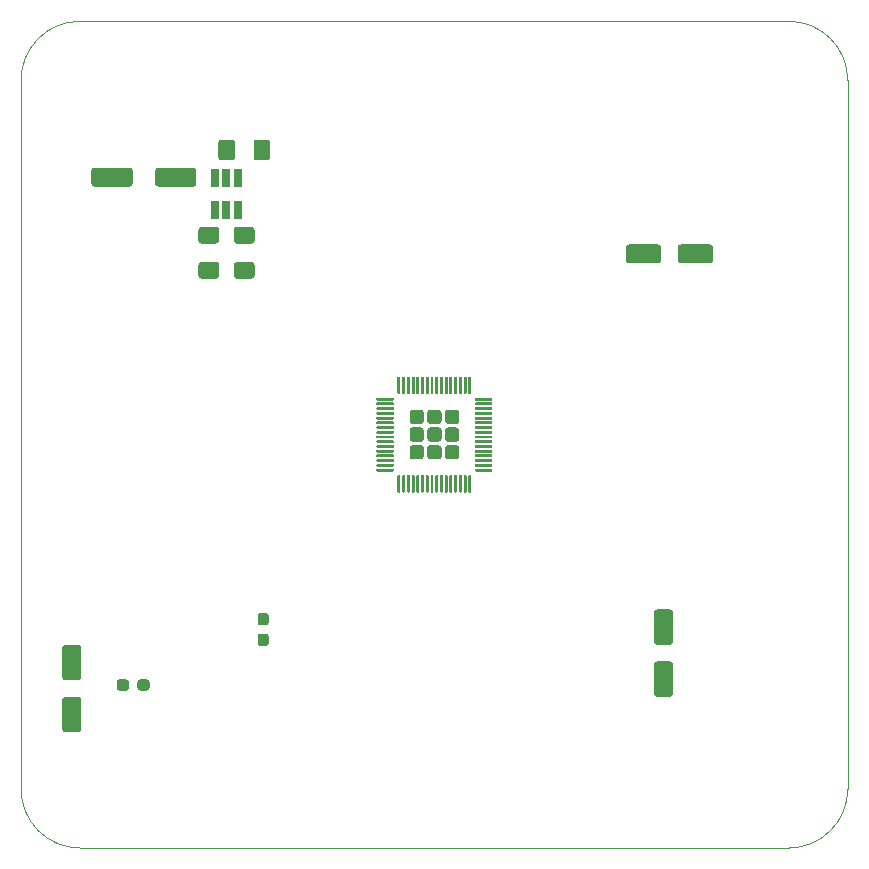
<source format=gbr>
G04 #@! TF.GenerationSoftware,KiCad,Pcbnew,5.1.6-c6e7f7d~87~ubuntu20.04.1*
G04 #@! TF.CreationDate,2020-07-16T23:52:11+03:00*
G04 #@! TF.ProjectId,EV-MAX-V-E64,45562d4d-4158-42d5-962d-4536342e6b69,v1.0*
G04 #@! TF.SameCoordinates,Original*
G04 #@! TF.FileFunction,Paste,Top*
G04 #@! TF.FilePolarity,Positive*
%FSLAX46Y46*%
G04 Gerber Fmt 4.6, Leading zero omitted, Abs format (unit mm)*
G04 Created by KiCad (PCBNEW 5.1.6-c6e7f7d~87~ubuntu20.04.1) date 2020-07-16 23:52:11*
%MOMM*%
%LPD*%
G01*
G04 APERTURE LIST*
G04 #@! TA.AperFunction,Profile*
%ADD10C,0.050000*%
G04 #@! TD*
%ADD11R,0.650000X1.560000*%
G04 APERTURE END LIST*
D10*
X65000000Y-70000000D02*
X65000000Y-130000000D01*
X130000000Y-65000000D02*
X70000000Y-65000000D01*
X135000000Y-130000000D02*
X135000000Y-70000000D01*
X70000000Y-135000000D02*
X130000000Y-135000000D01*
X70000000Y-135000000D02*
G75*
G02*
X65000000Y-130000000I0J5000000D01*
G01*
X65000000Y-70000000D02*
G75*
G02*
X70000000Y-65000000I5000000J0D01*
G01*
X130000000Y-65000000D02*
G75*
G02*
X135000000Y-70000000I0J-5000000D01*
G01*
X135000000Y-130000000D02*
G75*
G02*
X130000000Y-135000000I-5000000J0D01*
G01*
G36*
G01*
X100895000Y-101855000D02*
X100895000Y-101145000D01*
G75*
G02*
X101145000Y-100895000I250000J0D01*
G01*
X101855000Y-100895000D01*
G75*
G02*
X102105000Y-101145000I0J-250000D01*
G01*
X102105000Y-101855000D01*
G75*
G02*
X101855000Y-102105000I-250000J0D01*
G01*
X101145000Y-102105000D01*
G75*
G02*
X100895000Y-101855000I0J250000D01*
G01*
G37*
G36*
G01*
X100895000Y-100355000D02*
X100895000Y-99645000D01*
G75*
G02*
X101145000Y-99395000I250000J0D01*
G01*
X101855000Y-99395000D01*
G75*
G02*
X102105000Y-99645000I0J-250000D01*
G01*
X102105000Y-100355000D01*
G75*
G02*
X101855000Y-100605000I-250000J0D01*
G01*
X101145000Y-100605000D01*
G75*
G02*
X100895000Y-100355000I0J250000D01*
G01*
G37*
G36*
G01*
X100895000Y-98855000D02*
X100895000Y-98145000D01*
G75*
G02*
X101145000Y-97895000I250000J0D01*
G01*
X101855000Y-97895000D01*
G75*
G02*
X102105000Y-98145000I0J-250000D01*
G01*
X102105000Y-98855000D01*
G75*
G02*
X101855000Y-99105000I-250000J0D01*
G01*
X101145000Y-99105000D01*
G75*
G02*
X100895000Y-98855000I0J250000D01*
G01*
G37*
G36*
G01*
X99395000Y-101855000D02*
X99395000Y-101145000D01*
G75*
G02*
X99645000Y-100895000I250000J0D01*
G01*
X100355000Y-100895000D01*
G75*
G02*
X100605000Y-101145000I0J-250000D01*
G01*
X100605000Y-101855000D01*
G75*
G02*
X100355000Y-102105000I-250000J0D01*
G01*
X99645000Y-102105000D01*
G75*
G02*
X99395000Y-101855000I0J250000D01*
G01*
G37*
G36*
G01*
X99395000Y-100355000D02*
X99395000Y-99645000D01*
G75*
G02*
X99645000Y-99395000I250000J0D01*
G01*
X100355000Y-99395000D01*
G75*
G02*
X100605000Y-99645000I0J-250000D01*
G01*
X100605000Y-100355000D01*
G75*
G02*
X100355000Y-100605000I-250000J0D01*
G01*
X99645000Y-100605000D01*
G75*
G02*
X99395000Y-100355000I0J250000D01*
G01*
G37*
G36*
G01*
X99395000Y-98855000D02*
X99395000Y-98145000D01*
G75*
G02*
X99645000Y-97895000I250000J0D01*
G01*
X100355000Y-97895000D01*
G75*
G02*
X100605000Y-98145000I0J-250000D01*
G01*
X100605000Y-98855000D01*
G75*
G02*
X100355000Y-99105000I-250000J0D01*
G01*
X99645000Y-99105000D01*
G75*
G02*
X99395000Y-98855000I0J250000D01*
G01*
G37*
G36*
G01*
X97895000Y-101855000D02*
X97895000Y-101145000D01*
G75*
G02*
X98145000Y-100895000I250000J0D01*
G01*
X98855000Y-100895000D01*
G75*
G02*
X99105000Y-101145000I0J-250000D01*
G01*
X99105000Y-101855000D01*
G75*
G02*
X98855000Y-102105000I-250000J0D01*
G01*
X98145000Y-102105000D01*
G75*
G02*
X97895000Y-101855000I0J250000D01*
G01*
G37*
G36*
G01*
X97895000Y-100355000D02*
X97895000Y-99645000D01*
G75*
G02*
X98145000Y-99395000I250000J0D01*
G01*
X98855000Y-99395000D01*
G75*
G02*
X99105000Y-99645000I0J-250000D01*
G01*
X99105000Y-100355000D01*
G75*
G02*
X98855000Y-100605000I-250000J0D01*
G01*
X98145000Y-100605000D01*
G75*
G02*
X97895000Y-100355000I0J250000D01*
G01*
G37*
G36*
G01*
X97895000Y-98855000D02*
X97895000Y-98145000D01*
G75*
G02*
X98145000Y-97895000I250000J0D01*
G01*
X98855000Y-97895000D01*
G75*
G02*
X99105000Y-98145000I0J-250000D01*
G01*
X99105000Y-98855000D01*
G75*
G02*
X98855000Y-99105000I-250000J0D01*
G01*
X98145000Y-99105000D01*
G75*
G02*
X97895000Y-98855000I0J250000D01*
G01*
G37*
G36*
G01*
X96875000Y-96512500D02*
X96875000Y-95162500D01*
G75*
G02*
X96937500Y-95100000I62500J0D01*
G01*
X97062500Y-95100000D01*
G75*
G02*
X97125000Y-95162500I0J-62500D01*
G01*
X97125000Y-96512500D01*
G75*
G02*
X97062500Y-96575000I-62500J0D01*
G01*
X96937500Y-96575000D01*
G75*
G02*
X96875000Y-96512500I0J62500D01*
G01*
G37*
G36*
G01*
X97275000Y-96512500D02*
X97275000Y-95162500D01*
G75*
G02*
X97337500Y-95100000I62500J0D01*
G01*
X97462500Y-95100000D01*
G75*
G02*
X97525000Y-95162500I0J-62500D01*
G01*
X97525000Y-96512500D01*
G75*
G02*
X97462500Y-96575000I-62500J0D01*
G01*
X97337500Y-96575000D01*
G75*
G02*
X97275000Y-96512500I0J62500D01*
G01*
G37*
G36*
G01*
X97675000Y-96512500D02*
X97675000Y-95162500D01*
G75*
G02*
X97737500Y-95100000I62500J0D01*
G01*
X97862500Y-95100000D01*
G75*
G02*
X97925000Y-95162500I0J-62500D01*
G01*
X97925000Y-96512500D01*
G75*
G02*
X97862500Y-96575000I-62500J0D01*
G01*
X97737500Y-96575000D01*
G75*
G02*
X97675000Y-96512500I0J62500D01*
G01*
G37*
G36*
G01*
X98075000Y-96512500D02*
X98075000Y-95162500D01*
G75*
G02*
X98137500Y-95100000I62500J0D01*
G01*
X98262500Y-95100000D01*
G75*
G02*
X98325000Y-95162500I0J-62500D01*
G01*
X98325000Y-96512500D01*
G75*
G02*
X98262500Y-96575000I-62500J0D01*
G01*
X98137500Y-96575000D01*
G75*
G02*
X98075000Y-96512500I0J62500D01*
G01*
G37*
G36*
G01*
X98475000Y-96512500D02*
X98475000Y-95162500D01*
G75*
G02*
X98537500Y-95100000I62500J0D01*
G01*
X98662500Y-95100000D01*
G75*
G02*
X98725000Y-95162500I0J-62500D01*
G01*
X98725000Y-96512500D01*
G75*
G02*
X98662500Y-96575000I-62500J0D01*
G01*
X98537500Y-96575000D01*
G75*
G02*
X98475000Y-96512500I0J62500D01*
G01*
G37*
G36*
G01*
X98875000Y-96512500D02*
X98875000Y-95162500D01*
G75*
G02*
X98937500Y-95100000I62500J0D01*
G01*
X99062500Y-95100000D01*
G75*
G02*
X99125000Y-95162500I0J-62500D01*
G01*
X99125000Y-96512500D01*
G75*
G02*
X99062500Y-96575000I-62500J0D01*
G01*
X98937500Y-96575000D01*
G75*
G02*
X98875000Y-96512500I0J62500D01*
G01*
G37*
G36*
G01*
X99275000Y-96512500D02*
X99275000Y-95162500D01*
G75*
G02*
X99337500Y-95100000I62500J0D01*
G01*
X99462500Y-95100000D01*
G75*
G02*
X99525000Y-95162500I0J-62500D01*
G01*
X99525000Y-96512500D01*
G75*
G02*
X99462500Y-96575000I-62500J0D01*
G01*
X99337500Y-96575000D01*
G75*
G02*
X99275000Y-96512500I0J62500D01*
G01*
G37*
G36*
G01*
X99675000Y-96512500D02*
X99675000Y-95162500D01*
G75*
G02*
X99737500Y-95100000I62500J0D01*
G01*
X99862500Y-95100000D01*
G75*
G02*
X99925000Y-95162500I0J-62500D01*
G01*
X99925000Y-96512500D01*
G75*
G02*
X99862500Y-96575000I-62500J0D01*
G01*
X99737500Y-96575000D01*
G75*
G02*
X99675000Y-96512500I0J62500D01*
G01*
G37*
G36*
G01*
X100075000Y-96512500D02*
X100075000Y-95162500D01*
G75*
G02*
X100137500Y-95100000I62500J0D01*
G01*
X100262500Y-95100000D01*
G75*
G02*
X100325000Y-95162500I0J-62500D01*
G01*
X100325000Y-96512500D01*
G75*
G02*
X100262500Y-96575000I-62500J0D01*
G01*
X100137500Y-96575000D01*
G75*
G02*
X100075000Y-96512500I0J62500D01*
G01*
G37*
G36*
G01*
X100475000Y-96512500D02*
X100475000Y-95162500D01*
G75*
G02*
X100537500Y-95100000I62500J0D01*
G01*
X100662500Y-95100000D01*
G75*
G02*
X100725000Y-95162500I0J-62500D01*
G01*
X100725000Y-96512500D01*
G75*
G02*
X100662500Y-96575000I-62500J0D01*
G01*
X100537500Y-96575000D01*
G75*
G02*
X100475000Y-96512500I0J62500D01*
G01*
G37*
G36*
G01*
X100875000Y-96512500D02*
X100875000Y-95162500D01*
G75*
G02*
X100937500Y-95100000I62500J0D01*
G01*
X101062500Y-95100000D01*
G75*
G02*
X101125000Y-95162500I0J-62500D01*
G01*
X101125000Y-96512500D01*
G75*
G02*
X101062500Y-96575000I-62500J0D01*
G01*
X100937500Y-96575000D01*
G75*
G02*
X100875000Y-96512500I0J62500D01*
G01*
G37*
G36*
G01*
X101275000Y-96512500D02*
X101275000Y-95162500D01*
G75*
G02*
X101337500Y-95100000I62500J0D01*
G01*
X101462500Y-95100000D01*
G75*
G02*
X101525000Y-95162500I0J-62500D01*
G01*
X101525000Y-96512500D01*
G75*
G02*
X101462500Y-96575000I-62500J0D01*
G01*
X101337500Y-96575000D01*
G75*
G02*
X101275000Y-96512500I0J62500D01*
G01*
G37*
G36*
G01*
X101675000Y-96512500D02*
X101675000Y-95162500D01*
G75*
G02*
X101737500Y-95100000I62500J0D01*
G01*
X101862500Y-95100000D01*
G75*
G02*
X101925000Y-95162500I0J-62500D01*
G01*
X101925000Y-96512500D01*
G75*
G02*
X101862500Y-96575000I-62500J0D01*
G01*
X101737500Y-96575000D01*
G75*
G02*
X101675000Y-96512500I0J62500D01*
G01*
G37*
G36*
G01*
X102075000Y-96512500D02*
X102075000Y-95162500D01*
G75*
G02*
X102137500Y-95100000I62500J0D01*
G01*
X102262500Y-95100000D01*
G75*
G02*
X102325000Y-95162500I0J-62500D01*
G01*
X102325000Y-96512500D01*
G75*
G02*
X102262500Y-96575000I-62500J0D01*
G01*
X102137500Y-96575000D01*
G75*
G02*
X102075000Y-96512500I0J62500D01*
G01*
G37*
G36*
G01*
X102475000Y-96512500D02*
X102475000Y-95162500D01*
G75*
G02*
X102537500Y-95100000I62500J0D01*
G01*
X102662500Y-95100000D01*
G75*
G02*
X102725000Y-95162500I0J-62500D01*
G01*
X102725000Y-96512500D01*
G75*
G02*
X102662500Y-96575000I-62500J0D01*
G01*
X102537500Y-96575000D01*
G75*
G02*
X102475000Y-96512500I0J62500D01*
G01*
G37*
G36*
G01*
X102875000Y-96512500D02*
X102875000Y-95162500D01*
G75*
G02*
X102937500Y-95100000I62500J0D01*
G01*
X103062500Y-95100000D01*
G75*
G02*
X103125000Y-95162500I0J-62500D01*
G01*
X103125000Y-96512500D01*
G75*
G02*
X103062500Y-96575000I-62500J0D01*
G01*
X102937500Y-96575000D01*
G75*
G02*
X102875000Y-96512500I0J62500D01*
G01*
G37*
G36*
G01*
X103425000Y-97062500D02*
X103425000Y-96937500D01*
G75*
G02*
X103487500Y-96875000I62500J0D01*
G01*
X104837500Y-96875000D01*
G75*
G02*
X104900000Y-96937500I0J-62500D01*
G01*
X104900000Y-97062500D01*
G75*
G02*
X104837500Y-97125000I-62500J0D01*
G01*
X103487500Y-97125000D01*
G75*
G02*
X103425000Y-97062500I0J62500D01*
G01*
G37*
G36*
G01*
X103425000Y-97462500D02*
X103425000Y-97337500D01*
G75*
G02*
X103487500Y-97275000I62500J0D01*
G01*
X104837500Y-97275000D01*
G75*
G02*
X104900000Y-97337500I0J-62500D01*
G01*
X104900000Y-97462500D01*
G75*
G02*
X104837500Y-97525000I-62500J0D01*
G01*
X103487500Y-97525000D01*
G75*
G02*
X103425000Y-97462500I0J62500D01*
G01*
G37*
G36*
G01*
X103425000Y-97862500D02*
X103425000Y-97737500D01*
G75*
G02*
X103487500Y-97675000I62500J0D01*
G01*
X104837500Y-97675000D01*
G75*
G02*
X104900000Y-97737500I0J-62500D01*
G01*
X104900000Y-97862500D01*
G75*
G02*
X104837500Y-97925000I-62500J0D01*
G01*
X103487500Y-97925000D01*
G75*
G02*
X103425000Y-97862500I0J62500D01*
G01*
G37*
G36*
G01*
X103425000Y-98262500D02*
X103425000Y-98137500D01*
G75*
G02*
X103487500Y-98075000I62500J0D01*
G01*
X104837500Y-98075000D01*
G75*
G02*
X104900000Y-98137500I0J-62500D01*
G01*
X104900000Y-98262500D01*
G75*
G02*
X104837500Y-98325000I-62500J0D01*
G01*
X103487500Y-98325000D01*
G75*
G02*
X103425000Y-98262500I0J62500D01*
G01*
G37*
G36*
G01*
X103425000Y-98662500D02*
X103425000Y-98537500D01*
G75*
G02*
X103487500Y-98475000I62500J0D01*
G01*
X104837500Y-98475000D01*
G75*
G02*
X104900000Y-98537500I0J-62500D01*
G01*
X104900000Y-98662500D01*
G75*
G02*
X104837500Y-98725000I-62500J0D01*
G01*
X103487500Y-98725000D01*
G75*
G02*
X103425000Y-98662500I0J62500D01*
G01*
G37*
G36*
G01*
X103425000Y-99062500D02*
X103425000Y-98937500D01*
G75*
G02*
X103487500Y-98875000I62500J0D01*
G01*
X104837500Y-98875000D01*
G75*
G02*
X104900000Y-98937500I0J-62500D01*
G01*
X104900000Y-99062500D01*
G75*
G02*
X104837500Y-99125000I-62500J0D01*
G01*
X103487500Y-99125000D01*
G75*
G02*
X103425000Y-99062500I0J62500D01*
G01*
G37*
G36*
G01*
X103425000Y-99462500D02*
X103425000Y-99337500D01*
G75*
G02*
X103487500Y-99275000I62500J0D01*
G01*
X104837500Y-99275000D01*
G75*
G02*
X104900000Y-99337500I0J-62500D01*
G01*
X104900000Y-99462500D01*
G75*
G02*
X104837500Y-99525000I-62500J0D01*
G01*
X103487500Y-99525000D01*
G75*
G02*
X103425000Y-99462500I0J62500D01*
G01*
G37*
G36*
G01*
X103425000Y-99862500D02*
X103425000Y-99737500D01*
G75*
G02*
X103487500Y-99675000I62500J0D01*
G01*
X104837500Y-99675000D01*
G75*
G02*
X104900000Y-99737500I0J-62500D01*
G01*
X104900000Y-99862500D01*
G75*
G02*
X104837500Y-99925000I-62500J0D01*
G01*
X103487500Y-99925000D01*
G75*
G02*
X103425000Y-99862500I0J62500D01*
G01*
G37*
G36*
G01*
X103425000Y-100262500D02*
X103425000Y-100137500D01*
G75*
G02*
X103487500Y-100075000I62500J0D01*
G01*
X104837500Y-100075000D01*
G75*
G02*
X104900000Y-100137500I0J-62500D01*
G01*
X104900000Y-100262500D01*
G75*
G02*
X104837500Y-100325000I-62500J0D01*
G01*
X103487500Y-100325000D01*
G75*
G02*
X103425000Y-100262500I0J62500D01*
G01*
G37*
G36*
G01*
X103425000Y-100662500D02*
X103425000Y-100537500D01*
G75*
G02*
X103487500Y-100475000I62500J0D01*
G01*
X104837500Y-100475000D01*
G75*
G02*
X104900000Y-100537500I0J-62500D01*
G01*
X104900000Y-100662500D01*
G75*
G02*
X104837500Y-100725000I-62500J0D01*
G01*
X103487500Y-100725000D01*
G75*
G02*
X103425000Y-100662500I0J62500D01*
G01*
G37*
G36*
G01*
X103425000Y-101062500D02*
X103425000Y-100937500D01*
G75*
G02*
X103487500Y-100875000I62500J0D01*
G01*
X104837500Y-100875000D01*
G75*
G02*
X104900000Y-100937500I0J-62500D01*
G01*
X104900000Y-101062500D01*
G75*
G02*
X104837500Y-101125000I-62500J0D01*
G01*
X103487500Y-101125000D01*
G75*
G02*
X103425000Y-101062500I0J62500D01*
G01*
G37*
G36*
G01*
X103425000Y-101462500D02*
X103425000Y-101337500D01*
G75*
G02*
X103487500Y-101275000I62500J0D01*
G01*
X104837500Y-101275000D01*
G75*
G02*
X104900000Y-101337500I0J-62500D01*
G01*
X104900000Y-101462500D01*
G75*
G02*
X104837500Y-101525000I-62500J0D01*
G01*
X103487500Y-101525000D01*
G75*
G02*
X103425000Y-101462500I0J62500D01*
G01*
G37*
G36*
G01*
X103425000Y-101862500D02*
X103425000Y-101737500D01*
G75*
G02*
X103487500Y-101675000I62500J0D01*
G01*
X104837500Y-101675000D01*
G75*
G02*
X104900000Y-101737500I0J-62500D01*
G01*
X104900000Y-101862500D01*
G75*
G02*
X104837500Y-101925000I-62500J0D01*
G01*
X103487500Y-101925000D01*
G75*
G02*
X103425000Y-101862500I0J62500D01*
G01*
G37*
G36*
G01*
X103425000Y-102262500D02*
X103425000Y-102137500D01*
G75*
G02*
X103487500Y-102075000I62500J0D01*
G01*
X104837500Y-102075000D01*
G75*
G02*
X104900000Y-102137500I0J-62500D01*
G01*
X104900000Y-102262500D01*
G75*
G02*
X104837500Y-102325000I-62500J0D01*
G01*
X103487500Y-102325000D01*
G75*
G02*
X103425000Y-102262500I0J62500D01*
G01*
G37*
G36*
G01*
X103425000Y-102662500D02*
X103425000Y-102537500D01*
G75*
G02*
X103487500Y-102475000I62500J0D01*
G01*
X104837500Y-102475000D01*
G75*
G02*
X104900000Y-102537500I0J-62500D01*
G01*
X104900000Y-102662500D01*
G75*
G02*
X104837500Y-102725000I-62500J0D01*
G01*
X103487500Y-102725000D01*
G75*
G02*
X103425000Y-102662500I0J62500D01*
G01*
G37*
G36*
G01*
X103425000Y-103062500D02*
X103425000Y-102937500D01*
G75*
G02*
X103487500Y-102875000I62500J0D01*
G01*
X104837500Y-102875000D01*
G75*
G02*
X104900000Y-102937500I0J-62500D01*
G01*
X104900000Y-103062500D01*
G75*
G02*
X104837500Y-103125000I-62500J0D01*
G01*
X103487500Y-103125000D01*
G75*
G02*
X103425000Y-103062500I0J62500D01*
G01*
G37*
G36*
G01*
X102875000Y-104837500D02*
X102875000Y-103487500D01*
G75*
G02*
X102937500Y-103425000I62500J0D01*
G01*
X103062500Y-103425000D01*
G75*
G02*
X103125000Y-103487500I0J-62500D01*
G01*
X103125000Y-104837500D01*
G75*
G02*
X103062500Y-104900000I-62500J0D01*
G01*
X102937500Y-104900000D01*
G75*
G02*
X102875000Y-104837500I0J62500D01*
G01*
G37*
G36*
G01*
X102475000Y-104837500D02*
X102475000Y-103487500D01*
G75*
G02*
X102537500Y-103425000I62500J0D01*
G01*
X102662500Y-103425000D01*
G75*
G02*
X102725000Y-103487500I0J-62500D01*
G01*
X102725000Y-104837500D01*
G75*
G02*
X102662500Y-104900000I-62500J0D01*
G01*
X102537500Y-104900000D01*
G75*
G02*
X102475000Y-104837500I0J62500D01*
G01*
G37*
G36*
G01*
X102075000Y-104837500D02*
X102075000Y-103487500D01*
G75*
G02*
X102137500Y-103425000I62500J0D01*
G01*
X102262500Y-103425000D01*
G75*
G02*
X102325000Y-103487500I0J-62500D01*
G01*
X102325000Y-104837500D01*
G75*
G02*
X102262500Y-104900000I-62500J0D01*
G01*
X102137500Y-104900000D01*
G75*
G02*
X102075000Y-104837500I0J62500D01*
G01*
G37*
G36*
G01*
X101675000Y-104837500D02*
X101675000Y-103487500D01*
G75*
G02*
X101737500Y-103425000I62500J0D01*
G01*
X101862500Y-103425000D01*
G75*
G02*
X101925000Y-103487500I0J-62500D01*
G01*
X101925000Y-104837500D01*
G75*
G02*
X101862500Y-104900000I-62500J0D01*
G01*
X101737500Y-104900000D01*
G75*
G02*
X101675000Y-104837500I0J62500D01*
G01*
G37*
G36*
G01*
X101275000Y-104837500D02*
X101275000Y-103487500D01*
G75*
G02*
X101337500Y-103425000I62500J0D01*
G01*
X101462500Y-103425000D01*
G75*
G02*
X101525000Y-103487500I0J-62500D01*
G01*
X101525000Y-104837500D01*
G75*
G02*
X101462500Y-104900000I-62500J0D01*
G01*
X101337500Y-104900000D01*
G75*
G02*
X101275000Y-104837500I0J62500D01*
G01*
G37*
G36*
G01*
X100875000Y-104837500D02*
X100875000Y-103487500D01*
G75*
G02*
X100937500Y-103425000I62500J0D01*
G01*
X101062500Y-103425000D01*
G75*
G02*
X101125000Y-103487500I0J-62500D01*
G01*
X101125000Y-104837500D01*
G75*
G02*
X101062500Y-104900000I-62500J0D01*
G01*
X100937500Y-104900000D01*
G75*
G02*
X100875000Y-104837500I0J62500D01*
G01*
G37*
G36*
G01*
X100475000Y-104837500D02*
X100475000Y-103487500D01*
G75*
G02*
X100537500Y-103425000I62500J0D01*
G01*
X100662500Y-103425000D01*
G75*
G02*
X100725000Y-103487500I0J-62500D01*
G01*
X100725000Y-104837500D01*
G75*
G02*
X100662500Y-104900000I-62500J0D01*
G01*
X100537500Y-104900000D01*
G75*
G02*
X100475000Y-104837500I0J62500D01*
G01*
G37*
G36*
G01*
X100075000Y-104837500D02*
X100075000Y-103487500D01*
G75*
G02*
X100137500Y-103425000I62500J0D01*
G01*
X100262500Y-103425000D01*
G75*
G02*
X100325000Y-103487500I0J-62500D01*
G01*
X100325000Y-104837500D01*
G75*
G02*
X100262500Y-104900000I-62500J0D01*
G01*
X100137500Y-104900000D01*
G75*
G02*
X100075000Y-104837500I0J62500D01*
G01*
G37*
G36*
G01*
X99675000Y-104837500D02*
X99675000Y-103487500D01*
G75*
G02*
X99737500Y-103425000I62500J0D01*
G01*
X99862500Y-103425000D01*
G75*
G02*
X99925000Y-103487500I0J-62500D01*
G01*
X99925000Y-104837500D01*
G75*
G02*
X99862500Y-104900000I-62500J0D01*
G01*
X99737500Y-104900000D01*
G75*
G02*
X99675000Y-104837500I0J62500D01*
G01*
G37*
G36*
G01*
X99275000Y-104837500D02*
X99275000Y-103487500D01*
G75*
G02*
X99337500Y-103425000I62500J0D01*
G01*
X99462500Y-103425000D01*
G75*
G02*
X99525000Y-103487500I0J-62500D01*
G01*
X99525000Y-104837500D01*
G75*
G02*
X99462500Y-104900000I-62500J0D01*
G01*
X99337500Y-104900000D01*
G75*
G02*
X99275000Y-104837500I0J62500D01*
G01*
G37*
G36*
G01*
X98875000Y-104837500D02*
X98875000Y-103487500D01*
G75*
G02*
X98937500Y-103425000I62500J0D01*
G01*
X99062500Y-103425000D01*
G75*
G02*
X99125000Y-103487500I0J-62500D01*
G01*
X99125000Y-104837500D01*
G75*
G02*
X99062500Y-104900000I-62500J0D01*
G01*
X98937500Y-104900000D01*
G75*
G02*
X98875000Y-104837500I0J62500D01*
G01*
G37*
G36*
G01*
X98475000Y-104837500D02*
X98475000Y-103487500D01*
G75*
G02*
X98537500Y-103425000I62500J0D01*
G01*
X98662500Y-103425000D01*
G75*
G02*
X98725000Y-103487500I0J-62500D01*
G01*
X98725000Y-104837500D01*
G75*
G02*
X98662500Y-104900000I-62500J0D01*
G01*
X98537500Y-104900000D01*
G75*
G02*
X98475000Y-104837500I0J62500D01*
G01*
G37*
G36*
G01*
X98075000Y-104837500D02*
X98075000Y-103487500D01*
G75*
G02*
X98137500Y-103425000I62500J0D01*
G01*
X98262500Y-103425000D01*
G75*
G02*
X98325000Y-103487500I0J-62500D01*
G01*
X98325000Y-104837500D01*
G75*
G02*
X98262500Y-104900000I-62500J0D01*
G01*
X98137500Y-104900000D01*
G75*
G02*
X98075000Y-104837500I0J62500D01*
G01*
G37*
G36*
G01*
X97675000Y-104837500D02*
X97675000Y-103487500D01*
G75*
G02*
X97737500Y-103425000I62500J0D01*
G01*
X97862500Y-103425000D01*
G75*
G02*
X97925000Y-103487500I0J-62500D01*
G01*
X97925000Y-104837500D01*
G75*
G02*
X97862500Y-104900000I-62500J0D01*
G01*
X97737500Y-104900000D01*
G75*
G02*
X97675000Y-104837500I0J62500D01*
G01*
G37*
G36*
G01*
X97275000Y-104837500D02*
X97275000Y-103487500D01*
G75*
G02*
X97337500Y-103425000I62500J0D01*
G01*
X97462500Y-103425000D01*
G75*
G02*
X97525000Y-103487500I0J-62500D01*
G01*
X97525000Y-104837500D01*
G75*
G02*
X97462500Y-104900000I-62500J0D01*
G01*
X97337500Y-104900000D01*
G75*
G02*
X97275000Y-104837500I0J62500D01*
G01*
G37*
G36*
G01*
X96875000Y-104837500D02*
X96875000Y-103487500D01*
G75*
G02*
X96937500Y-103425000I62500J0D01*
G01*
X97062500Y-103425000D01*
G75*
G02*
X97125000Y-103487500I0J-62500D01*
G01*
X97125000Y-104837500D01*
G75*
G02*
X97062500Y-104900000I-62500J0D01*
G01*
X96937500Y-104900000D01*
G75*
G02*
X96875000Y-104837500I0J62500D01*
G01*
G37*
G36*
G01*
X95100000Y-103062500D02*
X95100000Y-102937500D01*
G75*
G02*
X95162500Y-102875000I62500J0D01*
G01*
X96512500Y-102875000D01*
G75*
G02*
X96575000Y-102937500I0J-62500D01*
G01*
X96575000Y-103062500D01*
G75*
G02*
X96512500Y-103125000I-62500J0D01*
G01*
X95162500Y-103125000D01*
G75*
G02*
X95100000Y-103062500I0J62500D01*
G01*
G37*
G36*
G01*
X95100000Y-102662500D02*
X95100000Y-102537500D01*
G75*
G02*
X95162500Y-102475000I62500J0D01*
G01*
X96512500Y-102475000D01*
G75*
G02*
X96575000Y-102537500I0J-62500D01*
G01*
X96575000Y-102662500D01*
G75*
G02*
X96512500Y-102725000I-62500J0D01*
G01*
X95162500Y-102725000D01*
G75*
G02*
X95100000Y-102662500I0J62500D01*
G01*
G37*
G36*
G01*
X95100000Y-102262500D02*
X95100000Y-102137500D01*
G75*
G02*
X95162500Y-102075000I62500J0D01*
G01*
X96512500Y-102075000D01*
G75*
G02*
X96575000Y-102137500I0J-62500D01*
G01*
X96575000Y-102262500D01*
G75*
G02*
X96512500Y-102325000I-62500J0D01*
G01*
X95162500Y-102325000D01*
G75*
G02*
X95100000Y-102262500I0J62500D01*
G01*
G37*
G36*
G01*
X95100000Y-101862500D02*
X95100000Y-101737500D01*
G75*
G02*
X95162500Y-101675000I62500J0D01*
G01*
X96512500Y-101675000D01*
G75*
G02*
X96575000Y-101737500I0J-62500D01*
G01*
X96575000Y-101862500D01*
G75*
G02*
X96512500Y-101925000I-62500J0D01*
G01*
X95162500Y-101925000D01*
G75*
G02*
X95100000Y-101862500I0J62500D01*
G01*
G37*
G36*
G01*
X95100000Y-101462500D02*
X95100000Y-101337500D01*
G75*
G02*
X95162500Y-101275000I62500J0D01*
G01*
X96512500Y-101275000D01*
G75*
G02*
X96575000Y-101337500I0J-62500D01*
G01*
X96575000Y-101462500D01*
G75*
G02*
X96512500Y-101525000I-62500J0D01*
G01*
X95162500Y-101525000D01*
G75*
G02*
X95100000Y-101462500I0J62500D01*
G01*
G37*
G36*
G01*
X95100000Y-101062500D02*
X95100000Y-100937500D01*
G75*
G02*
X95162500Y-100875000I62500J0D01*
G01*
X96512500Y-100875000D01*
G75*
G02*
X96575000Y-100937500I0J-62500D01*
G01*
X96575000Y-101062500D01*
G75*
G02*
X96512500Y-101125000I-62500J0D01*
G01*
X95162500Y-101125000D01*
G75*
G02*
X95100000Y-101062500I0J62500D01*
G01*
G37*
G36*
G01*
X95100000Y-100662500D02*
X95100000Y-100537500D01*
G75*
G02*
X95162500Y-100475000I62500J0D01*
G01*
X96512500Y-100475000D01*
G75*
G02*
X96575000Y-100537500I0J-62500D01*
G01*
X96575000Y-100662500D01*
G75*
G02*
X96512500Y-100725000I-62500J0D01*
G01*
X95162500Y-100725000D01*
G75*
G02*
X95100000Y-100662500I0J62500D01*
G01*
G37*
G36*
G01*
X95100000Y-100262500D02*
X95100000Y-100137500D01*
G75*
G02*
X95162500Y-100075000I62500J0D01*
G01*
X96512500Y-100075000D01*
G75*
G02*
X96575000Y-100137500I0J-62500D01*
G01*
X96575000Y-100262500D01*
G75*
G02*
X96512500Y-100325000I-62500J0D01*
G01*
X95162500Y-100325000D01*
G75*
G02*
X95100000Y-100262500I0J62500D01*
G01*
G37*
G36*
G01*
X95100000Y-99862500D02*
X95100000Y-99737500D01*
G75*
G02*
X95162500Y-99675000I62500J0D01*
G01*
X96512500Y-99675000D01*
G75*
G02*
X96575000Y-99737500I0J-62500D01*
G01*
X96575000Y-99862500D01*
G75*
G02*
X96512500Y-99925000I-62500J0D01*
G01*
X95162500Y-99925000D01*
G75*
G02*
X95100000Y-99862500I0J62500D01*
G01*
G37*
G36*
G01*
X95100000Y-99462500D02*
X95100000Y-99337500D01*
G75*
G02*
X95162500Y-99275000I62500J0D01*
G01*
X96512500Y-99275000D01*
G75*
G02*
X96575000Y-99337500I0J-62500D01*
G01*
X96575000Y-99462500D01*
G75*
G02*
X96512500Y-99525000I-62500J0D01*
G01*
X95162500Y-99525000D01*
G75*
G02*
X95100000Y-99462500I0J62500D01*
G01*
G37*
G36*
G01*
X95100000Y-99062500D02*
X95100000Y-98937500D01*
G75*
G02*
X95162500Y-98875000I62500J0D01*
G01*
X96512500Y-98875000D01*
G75*
G02*
X96575000Y-98937500I0J-62500D01*
G01*
X96575000Y-99062500D01*
G75*
G02*
X96512500Y-99125000I-62500J0D01*
G01*
X95162500Y-99125000D01*
G75*
G02*
X95100000Y-99062500I0J62500D01*
G01*
G37*
G36*
G01*
X95100000Y-98662500D02*
X95100000Y-98537500D01*
G75*
G02*
X95162500Y-98475000I62500J0D01*
G01*
X96512500Y-98475000D01*
G75*
G02*
X96575000Y-98537500I0J-62500D01*
G01*
X96575000Y-98662500D01*
G75*
G02*
X96512500Y-98725000I-62500J0D01*
G01*
X95162500Y-98725000D01*
G75*
G02*
X95100000Y-98662500I0J62500D01*
G01*
G37*
G36*
G01*
X95100000Y-98262500D02*
X95100000Y-98137500D01*
G75*
G02*
X95162500Y-98075000I62500J0D01*
G01*
X96512500Y-98075000D01*
G75*
G02*
X96575000Y-98137500I0J-62500D01*
G01*
X96575000Y-98262500D01*
G75*
G02*
X96512500Y-98325000I-62500J0D01*
G01*
X95162500Y-98325000D01*
G75*
G02*
X95100000Y-98262500I0J62500D01*
G01*
G37*
G36*
G01*
X95100000Y-97862500D02*
X95100000Y-97737500D01*
G75*
G02*
X95162500Y-97675000I62500J0D01*
G01*
X96512500Y-97675000D01*
G75*
G02*
X96575000Y-97737500I0J-62500D01*
G01*
X96575000Y-97862500D01*
G75*
G02*
X96512500Y-97925000I-62500J0D01*
G01*
X95162500Y-97925000D01*
G75*
G02*
X95100000Y-97862500I0J62500D01*
G01*
G37*
G36*
G01*
X95100000Y-97462500D02*
X95100000Y-97337500D01*
G75*
G02*
X95162500Y-97275000I62500J0D01*
G01*
X96512500Y-97275000D01*
G75*
G02*
X96575000Y-97337500I0J-62500D01*
G01*
X96575000Y-97462500D01*
G75*
G02*
X96512500Y-97525000I-62500J0D01*
G01*
X95162500Y-97525000D01*
G75*
G02*
X95100000Y-97462500I0J62500D01*
G01*
G37*
G36*
G01*
X95100000Y-97062500D02*
X95100000Y-96937500D01*
G75*
G02*
X95162500Y-96875000I62500J0D01*
G01*
X96512500Y-96875000D01*
G75*
G02*
X96575000Y-96937500I0J-62500D01*
G01*
X96575000Y-97062500D01*
G75*
G02*
X96512500Y-97125000I-62500J0D01*
G01*
X95162500Y-97125000D01*
G75*
G02*
X95100000Y-97062500I0J62500D01*
G01*
G37*
G36*
G01*
X120600000Y-85250000D02*
X120600000Y-84150000D01*
G75*
G02*
X120850000Y-83900000I250000J0D01*
G01*
X123350000Y-83900000D01*
G75*
G02*
X123600000Y-84150000I0J-250000D01*
G01*
X123600000Y-85250000D01*
G75*
G02*
X123350000Y-85500000I-250000J0D01*
G01*
X120850000Y-85500000D01*
G75*
G02*
X120600000Y-85250000I0J250000D01*
G01*
G37*
G36*
G01*
X116200000Y-85250000D02*
X116200000Y-84150000D01*
G75*
G02*
X116450000Y-83900000I250000J0D01*
G01*
X118950000Y-83900000D01*
G75*
G02*
X119200000Y-84150000I0J-250000D01*
G01*
X119200000Y-85250000D01*
G75*
G02*
X118950000Y-85500000I-250000J0D01*
G01*
X116450000Y-85500000D01*
G75*
G02*
X116200000Y-85250000I0J250000D01*
G01*
G37*
G36*
G01*
X68750000Y-122200000D02*
X69850000Y-122200000D01*
G75*
G02*
X70100000Y-122450000I0J-250000D01*
G01*
X70100000Y-124950000D01*
G75*
G02*
X69850000Y-125200000I-250000J0D01*
G01*
X68750000Y-125200000D01*
G75*
G02*
X68500000Y-124950000I0J250000D01*
G01*
X68500000Y-122450000D01*
G75*
G02*
X68750000Y-122200000I250000J0D01*
G01*
G37*
G36*
G01*
X68750000Y-117800000D02*
X69850000Y-117800000D01*
G75*
G02*
X70100000Y-118050000I0J-250000D01*
G01*
X70100000Y-120550000D01*
G75*
G02*
X69850000Y-120800000I-250000J0D01*
G01*
X68750000Y-120800000D01*
G75*
G02*
X68500000Y-120550000I0J250000D01*
G01*
X68500000Y-118050000D01*
G75*
G02*
X68750000Y-117800000I250000J0D01*
G01*
G37*
G36*
G01*
X118850000Y-119200000D02*
X119950000Y-119200000D01*
G75*
G02*
X120200000Y-119450000I0J-250000D01*
G01*
X120200000Y-121950000D01*
G75*
G02*
X119950000Y-122200000I-250000J0D01*
G01*
X118850000Y-122200000D01*
G75*
G02*
X118600000Y-121950000I0J250000D01*
G01*
X118600000Y-119450000D01*
G75*
G02*
X118850000Y-119200000I250000J0D01*
G01*
G37*
G36*
G01*
X118850000Y-114800000D02*
X119950000Y-114800000D01*
G75*
G02*
X120200000Y-115050000I0J-250000D01*
G01*
X120200000Y-117550000D01*
G75*
G02*
X119950000Y-117800000I-250000J0D01*
G01*
X118850000Y-117800000D01*
G75*
G02*
X118600000Y-117550000I0J250000D01*
G01*
X118600000Y-115050000D01*
G75*
G02*
X118850000Y-114800000I250000J0D01*
G01*
G37*
D11*
X82400000Y-80950000D03*
X83350000Y-80950000D03*
X81450000Y-80950000D03*
X81450000Y-78250000D03*
X82400000Y-78250000D03*
X83350000Y-78250000D03*
G36*
G01*
X74150000Y-120962500D02*
X74150000Y-121437500D01*
G75*
G02*
X73912500Y-121675000I-237500J0D01*
G01*
X73337500Y-121675000D01*
G75*
G02*
X73100000Y-121437500I0J237500D01*
G01*
X73100000Y-120962500D01*
G75*
G02*
X73337500Y-120725000I237500J0D01*
G01*
X73912500Y-120725000D01*
G75*
G02*
X74150000Y-120962500I0J-237500D01*
G01*
G37*
G36*
G01*
X75900000Y-120962500D02*
X75900000Y-121437500D01*
G75*
G02*
X75662500Y-121675000I-237500J0D01*
G01*
X75087500Y-121675000D01*
G75*
G02*
X74850000Y-121437500I0J237500D01*
G01*
X74850000Y-120962500D01*
G75*
G02*
X75087500Y-120725000I237500J0D01*
G01*
X75662500Y-120725000D01*
G75*
G02*
X75900000Y-120962500I0J-237500D01*
G01*
G37*
G36*
G01*
X85737500Y-116150000D02*
X85262500Y-116150000D01*
G75*
G02*
X85025000Y-115912500I0J237500D01*
G01*
X85025000Y-115337500D01*
G75*
G02*
X85262500Y-115100000I237500J0D01*
G01*
X85737500Y-115100000D01*
G75*
G02*
X85975000Y-115337500I0J-237500D01*
G01*
X85975000Y-115912500D01*
G75*
G02*
X85737500Y-116150000I-237500J0D01*
G01*
G37*
G36*
G01*
X85737500Y-117900000D02*
X85262500Y-117900000D01*
G75*
G02*
X85025000Y-117662500I0J237500D01*
G01*
X85025000Y-117087500D01*
G75*
G02*
X85262500Y-116850000I237500J0D01*
G01*
X85737500Y-116850000D01*
G75*
G02*
X85975000Y-117087500I0J-237500D01*
G01*
X85975000Y-117662500D01*
G75*
G02*
X85737500Y-117900000I-237500J0D01*
G01*
G37*
G36*
G01*
X80275000Y-85375000D02*
X81525000Y-85375000D01*
G75*
G02*
X81775000Y-85625000I0J-250000D01*
G01*
X81775000Y-86550000D01*
G75*
G02*
X81525000Y-86800000I-250000J0D01*
G01*
X80275000Y-86800000D01*
G75*
G02*
X80025000Y-86550000I0J250000D01*
G01*
X80025000Y-85625000D01*
G75*
G02*
X80275000Y-85375000I250000J0D01*
G01*
G37*
G36*
G01*
X80275000Y-82400000D02*
X81525000Y-82400000D01*
G75*
G02*
X81775000Y-82650000I0J-250000D01*
G01*
X81775000Y-83575000D01*
G75*
G02*
X81525000Y-83825000I-250000J0D01*
G01*
X80275000Y-83825000D01*
G75*
G02*
X80025000Y-83575000I0J250000D01*
G01*
X80025000Y-82650000D01*
G75*
G02*
X80275000Y-82400000I250000J0D01*
G01*
G37*
G36*
G01*
X83275000Y-85387500D02*
X84525000Y-85387500D01*
G75*
G02*
X84775000Y-85637500I0J-250000D01*
G01*
X84775000Y-86562500D01*
G75*
G02*
X84525000Y-86812500I-250000J0D01*
G01*
X83275000Y-86812500D01*
G75*
G02*
X83025000Y-86562500I0J250000D01*
G01*
X83025000Y-85637500D01*
G75*
G02*
X83275000Y-85387500I250000J0D01*
G01*
G37*
G36*
G01*
X83275000Y-82412500D02*
X84525000Y-82412500D01*
G75*
G02*
X84775000Y-82662500I0J-250000D01*
G01*
X84775000Y-83587500D01*
G75*
G02*
X84525000Y-83837500I-250000J0D01*
G01*
X83275000Y-83837500D01*
G75*
G02*
X83025000Y-83587500I0J250000D01*
G01*
X83025000Y-82662500D01*
G75*
G02*
X83275000Y-82412500I250000J0D01*
G01*
G37*
G36*
G01*
X84687500Y-76525000D02*
X84687500Y-75275000D01*
G75*
G02*
X84937500Y-75025000I250000J0D01*
G01*
X85862500Y-75025000D01*
G75*
G02*
X86112500Y-75275000I0J-250000D01*
G01*
X86112500Y-76525000D01*
G75*
G02*
X85862500Y-76775000I-250000J0D01*
G01*
X84937500Y-76775000D01*
G75*
G02*
X84687500Y-76525000I0J250000D01*
G01*
G37*
G36*
G01*
X81712500Y-76525000D02*
X81712500Y-75275000D01*
G75*
G02*
X81962500Y-75025000I250000J0D01*
G01*
X82887500Y-75025000D01*
G75*
G02*
X83137500Y-75275000I0J-250000D01*
G01*
X83137500Y-76525000D01*
G75*
G02*
X82887500Y-76775000I-250000J0D01*
G01*
X81962500Y-76775000D01*
G75*
G02*
X81712500Y-76525000I0J250000D01*
G01*
G37*
G36*
G01*
X74450000Y-77650000D02*
X74450000Y-78750000D01*
G75*
G02*
X74200000Y-79000000I-250000J0D01*
G01*
X71200000Y-79000000D01*
G75*
G02*
X70950000Y-78750000I0J250000D01*
G01*
X70950000Y-77650000D01*
G75*
G02*
X71200000Y-77400000I250000J0D01*
G01*
X74200000Y-77400000D01*
G75*
G02*
X74450000Y-77650000I0J-250000D01*
G01*
G37*
G36*
G01*
X79850000Y-77650000D02*
X79850000Y-78750000D01*
G75*
G02*
X79600000Y-79000000I-250000J0D01*
G01*
X76600000Y-79000000D01*
G75*
G02*
X76350000Y-78750000I0J250000D01*
G01*
X76350000Y-77650000D01*
G75*
G02*
X76600000Y-77400000I250000J0D01*
G01*
X79600000Y-77400000D01*
G75*
G02*
X79850000Y-77650000I0J-250000D01*
G01*
G37*
M02*

</source>
